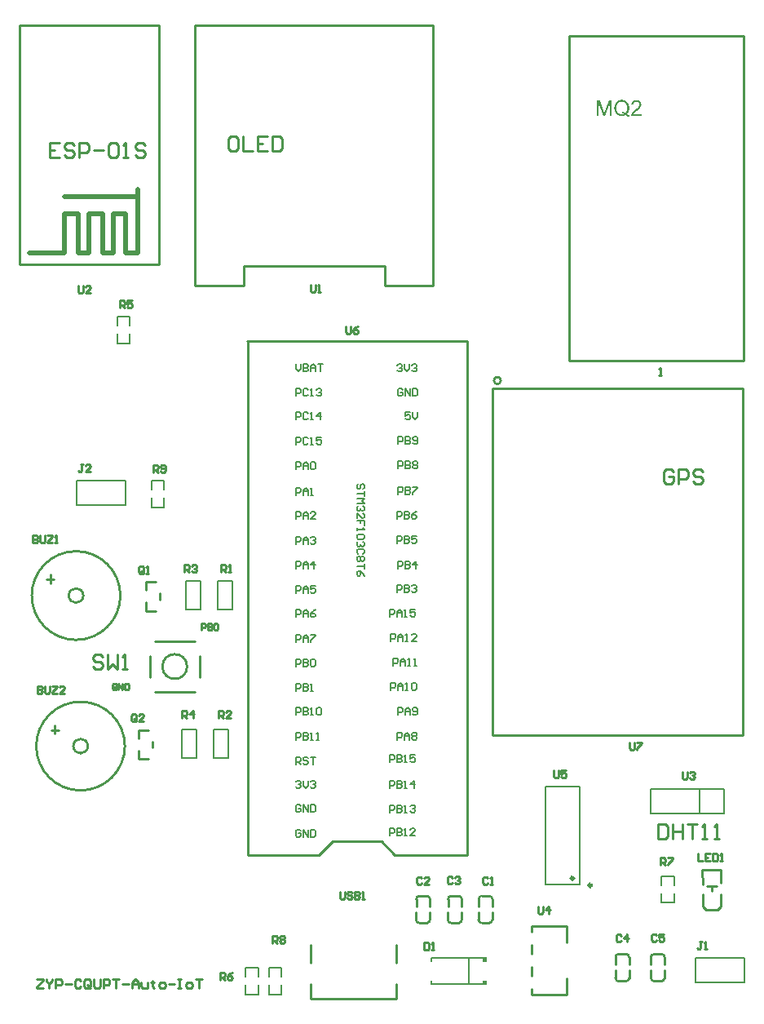
<source format=gto>
G04*
G04 #@! TF.GenerationSoftware,Altium Limited,Altium Designer,24.6.1 (21)*
G04*
G04 Layer_Color=65535*
%FSLAX25Y25*%
%MOIN*%
G70*
G04*
G04 #@! TF.SameCoordinates,EDD53237-EAC9-4869-82B0-0CFB14AF029E*
G04*
G04*
G04 #@! TF.FilePolarity,Positive*
G04*
G01*
G75*
%ADD10C,0.01000*%
%ADD11C,0.01181*%
%ADD12C,0.00600*%
%ADD13C,0.00787*%
%ADD14C,0.00500*%
%ADD15C,0.01968*%
%ADD16C,0.00799*%
%ADD17C,0.00800*%
G36*
X292335Y106331D02*
Y108211D01*
X294135D01*
Y106331D01*
X292335D01*
D01*
D02*
G37*
G36*
Y117669D02*
Y115789D01*
X294135D01*
Y117669D01*
X292335D01*
D01*
D02*
G37*
G36*
X345125Y461494D02*
X344306D01*
Y466856D01*
X342438Y461494D01*
X341675D01*
X339819Y466950D01*
Y461494D01*
X339000D01*
Y467900D01*
X340275D01*
X341794Y463363D01*
Y463356D01*
X341806Y463338D01*
X341812Y463300D01*
X341831Y463256D01*
X341844Y463206D01*
X341869Y463144D01*
X341887Y463075D01*
X341913Y463006D01*
X341963Y462850D01*
X342013Y462694D01*
X342062Y462544D01*
X342081Y462475D01*
X342100Y462413D01*
Y462419D01*
X342106Y462431D01*
X342112Y462450D01*
X342119Y462475D01*
X342131Y462512D01*
X342150Y462556D01*
X342162Y462612D01*
X342188Y462675D01*
X342206Y462738D01*
X342231Y462819D01*
X342263Y462900D01*
X342294Y462994D01*
X342325Y463094D01*
X342362Y463200D01*
X342400Y463312D01*
X342444Y463438D01*
X343981Y467900D01*
X345125D01*
Y461494D01*
D02*
G37*
G36*
X355338Y467919D02*
X355406D01*
X355481Y467912D01*
X355569Y467900D01*
X355669Y467881D01*
X355781Y467863D01*
X355894Y467831D01*
X356013Y467800D01*
X356137Y467756D01*
X356256Y467706D01*
X356381Y467650D01*
X356494Y467581D01*
X356606Y467500D01*
X356713Y467413D01*
X356719Y467406D01*
X356737Y467387D01*
X356763Y467362D01*
X356794Y467319D01*
X356838Y467269D01*
X356881Y467212D01*
X356931Y467144D01*
X356981Y467063D01*
X357031Y466975D01*
X357081Y466875D01*
X357125Y466775D01*
X357169Y466663D01*
X357200Y466544D01*
X357225Y466412D01*
X357244Y466281D01*
X357250Y466144D01*
Y466138D01*
Y466125D01*
Y466106D01*
Y466081D01*
X357244Y466044D01*
Y466006D01*
X357231Y465906D01*
X357212Y465794D01*
X357181Y465662D01*
X357144Y465525D01*
X357087Y465387D01*
Y465381D01*
X357081Y465369D01*
X357069Y465350D01*
X357056Y465325D01*
X357037Y465287D01*
X357019Y465250D01*
X356962Y465150D01*
X356894Y465037D01*
X356800Y464900D01*
X356694Y464756D01*
X356562Y464606D01*
X356556Y464600D01*
X356544Y464587D01*
X356525Y464563D01*
X356494Y464531D01*
X356450Y464488D01*
X356406Y464437D01*
X356344Y464381D01*
X356275Y464313D01*
X356200Y464237D01*
X356106Y464150D01*
X356013Y464056D01*
X355900Y463956D01*
X355781Y463850D01*
X355650Y463731D01*
X355506Y463613D01*
X355356Y463481D01*
X355350Y463475D01*
X355325Y463456D01*
X355288Y463425D01*
X355244Y463387D01*
X355188Y463338D01*
X355125Y463281D01*
X354975Y463156D01*
X354825Y463025D01*
X354675Y462894D01*
X354606Y462831D01*
X354544Y462769D01*
X354487Y462719D01*
X354444Y462675D01*
X354437Y462669D01*
X354413Y462638D01*
X354375Y462594D01*
X354325Y462544D01*
X354275Y462475D01*
X354219Y462406D01*
X354163Y462331D01*
X354113Y462250D01*
X357256D01*
Y461494D01*
X353025D01*
Y461500D01*
Y461506D01*
Y461544D01*
Y461594D01*
X353031Y461669D01*
X353044Y461750D01*
X353056Y461844D01*
X353081Y461938D01*
X353113Y462038D01*
Y462044D01*
X353119Y462056D01*
X353131Y462081D01*
X353144Y462113D01*
X353163Y462150D01*
X353181Y462194D01*
X353238Y462306D01*
X353312Y462437D01*
X353400Y462581D01*
X353506Y462731D01*
X353631Y462887D01*
X353638Y462894D01*
X353650Y462906D01*
X353669Y462931D01*
X353700Y462962D01*
X353737Y463000D01*
X353781Y463050D01*
X353831Y463106D01*
X353894Y463169D01*
X353962Y463231D01*
X354037Y463306D01*
X354125Y463387D01*
X354212Y463475D01*
X354312Y463562D01*
X354419Y463656D01*
X354538Y463756D01*
X354656Y463856D01*
X354669Y463869D01*
X354700Y463894D01*
X354756Y463938D01*
X354825Y464000D01*
X354912Y464069D01*
X355006Y464156D01*
X355113Y464250D01*
X355225Y464350D01*
X355463Y464569D01*
X355694Y464794D01*
X355800Y464906D01*
X355900Y465019D01*
X355994Y465119D01*
X356069Y465219D01*
X356075Y465225D01*
X356087Y465244D01*
X356106Y465269D01*
X356125Y465306D01*
X356156Y465350D01*
X356188Y465400D01*
X356219Y465462D01*
X356256Y465525D01*
X356325Y465669D01*
X356387Y465825D01*
X356406Y465912D01*
X356425Y465994D01*
X356437Y466081D01*
X356444Y466162D01*
Y466169D01*
Y466181D01*
Y466206D01*
X356437Y466244D01*
X356431Y466281D01*
X356425Y466325D01*
X356400Y466437D01*
X356363Y466563D01*
X356300Y466694D01*
X356262Y466756D01*
X356219Y466825D01*
X356169Y466888D01*
X356106Y466950D01*
X356100Y466956D01*
X356094Y466962D01*
X356069Y466981D01*
X356044Y467000D01*
X356013Y467025D01*
X355969Y467050D01*
X355925Y467081D01*
X355869Y467112D01*
X355813Y467144D01*
X355744Y467175D01*
X355594Y467225D01*
X355425Y467263D01*
X355331Y467269D01*
X355231Y467275D01*
X355175D01*
X355137Y467269D01*
X355087Y467263D01*
X355031Y467256D01*
X354969Y467244D01*
X354906Y467231D01*
X354756Y467194D01*
X354606Y467131D01*
X354531Y467094D01*
X354456Y467044D01*
X354387Y466994D01*
X354319Y466931D01*
X354312Y466925D01*
X354306Y466919D01*
X354288Y466894D01*
X354269Y466869D01*
X354244Y466838D01*
X354212Y466794D01*
X354181Y466744D01*
X354150Y466687D01*
X354119Y466625D01*
X354087Y466556D01*
X354063Y466475D01*
X354031Y466394D01*
X354012Y466306D01*
X353994Y466206D01*
X353988Y466106D01*
X353981Y465994D01*
X353175Y466075D01*
Y466087D01*
X353181Y466113D01*
X353187Y466162D01*
X353194Y466225D01*
X353212Y466300D01*
X353231Y466388D01*
X353256Y466481D01*
X353281Y466587D01*
X353319Y466694D01*
X353362Y466806D01*
X353413Y466919D01*
X353469Y467037D01*
X353538Y467150D01*
X353612Y467256D01*
X353700Y467356D01*
X353794Y467450D01*
X353800Y467456D01*
X353819Y467469D01*
X353850Y467494D01*
X353894Y467525D01*
X353950Y467562D01*
X354012Y467600D01*
X354094Y467644D01*
X354181Y467688D01*
X354281Y467731D01*
X354387Y467775D01*
X354506Y467812D01*
X354638Y467850D01*
X354775Y467881D01*
X354925Y467906D01*
X355081Y467919D01*
X355250Y467925D01*
X355294D01*
X355338Y467919D01*
D02*
G37*
G36*
X349394Y468006D02*
X349469Y468000D01*
X349563Y467987D01*
X349662Y467975D01*
X349775Y467963D01*
X349900Y467938D01*
X350025Y467906D01*
X350156Y467875D01*
X350294Y467831D01*
X350431Y467788D01*
X350569Y467725D01*
X350706Y467662D01*
X350844Y467588D01*
X350850Y467581D01*
X350875Y467569D01*
X350912Y467544D01*
X350962Y467513D01*
X351019Y467469D01*
X351087Y467413D01*
X351163Y467356D01*
X351250Y467281D01*
X351331Y467206D01*
X351425Y467112D01*
X351513Y467019D01*
X351606Y466913D01*
X351694Y466800D01*
X351775Y466675D01*
X351856Y466544D01*
X351931Y466406D01*
X351938Y466400D01*
X351950Y466375D01*
X351969Y466331D01*
X351988Y466275D01*
X352019Y466200D01*
X352050Y466119D01*
X352081Y466019D01*
X352119Y465912D01*
X352156Y465788D01*
X352187Y465656D01*
X352219Y465519D01*
X352250Y465369D01*
X352269Y465212D01*
X352288Y465044D01*
X352300Y464875D01*
X352306Y464700D01*
Y464694D01*
Y464663D01*
Y464625D01*
X352300Y464569D01*
Y464494D01*
X352294Y464419D01*
X352288Y464325D01*
X352275Y464225D01*
X352262Y464119D01*
X352250Y464006D01*
X352206Y463763D01*
X352144Y463519D01*
X352063Y463275D01*
Y463269D01*
X352050Y463250D01*
X352038Y463212D01*
X352019Y463169D01*
X351994Y463112D01*
X351962Y463050D01*
X351925Y462981D01*
X351881Y462900D01*
X351781Y462731D01*
X351656Y462550D01*
X351506Y462362D01*
X351338Y462181D01*
X351344Y462175D01*
X351362Y462162D01*
X351394Y462144D01*
X351437Y462113D01*
X351494Y462081D01*
X351550Y462044D01*
X351619Y462000D01*
X351700Y461956D01*
X351869Y461856D01*
X352050Y461763D01*
X352244Y461669D01*
X352431Y461587D01*
X352175Y461000D01*
X352169Y461006D01*
X352144Y461013D01*
X352106Y461025D01*
X352056Y461050D01*
X351994Y461075D01*
X351919Y461106D01*
X351837Y461144D01*
X351744Y461194D01*
X351644Y461244D01*
X351537Y461300D01*
X351425Y461363D01*
X351306Y461438D01*
X351181Y461513D01*
X351056Y461594D01*
X350931Y461688D01*
X350800Y461781D01*
X350794Y461775D01*
X350769Y461763D01*
X350731Y461744D01*
X350675Y461719D01*
X350606Y461688D01*
X350531Y461656D01*
X350437Y461619D01*
X350338Y461587D01*
X350225Y461550D01*
X350100Y461513D01*
X349975Y461481D01*
X349837Y461450D01*
X349694Y461425D01*
X349537Y461406D01*
X349388Y461394D01*
X349225Y461387D01*
X349137D01*
X349081Y461394D01*
X349000Y461400D01*
X348913Y461412D01*
X348813Y461425D01*
X348700Y461438D01*
X348581Y461462D01*
X348456Y461487D01*
X348331Y461525D01*
X348194Y461562D01*
X348056Y461613D01*
X347919Y461669D01*
X347781Y461731D01*
X347650Y461806D01*
X347644Y461812D01*
X347619Y461825D01*
X347581Y461850D01*
X347531Y461881D01*
X347475Y461925D01*
X347406Y461981D01*
X347331Y462038D01*
X347250Y462113D01*
X347163Y462187D01*
X347075Y462275D01*
X346981Y462375D01*
X346894Y462481D01*
X346806Y462594D01*
X346719Y462712D01*
X346638Y462844D01*
X346563Y462981D01*
X346556Y462988D01*
X346544Y463019D01*
X346525Y463056D01*
X346506Y463112D01*
X346475Y463188D01*
X346444Y463275D01*
X346406Y463369D01*
X346375Y463481D01*
X346338Y463600D01*
X346300Y463737D01*
X346269Y463875D01*
X346244Y464025D01*
X346219Y464181D01*
X346200Y464350D01*
X346187Y464519D01*
X346181Y464694D01*
Y464706D01*
Y464738D01*
Y464787D01*
X346187Y464856D01*
X346194Y464937D01*
X346200Y465037D01*
X346213Y465144D01*
X346231Y465269D01*
X346250Y465394D01*
X346275Y465531D01*
X346306Y465675D01*
X346344Y465825D01*
X346388Y465975D01*
X346438Y466125D01*
X346494Y466269D01*
X346563Y466419D01*
X346569Y466425D01*
X346581Y466456D01*
X346600Y466494D01*
X346631Y466550D01*
X346675Y466612D01*
X346725Y466687D01*
X346781Y466769D01*
X346844Y466862D01*
X346919Y466956D01*
X347000Y467050D01*
X347088Y467150D01*
X347187Y467250D01*
X347294Y467344D01*
X347406Y467438D01*
X347525Y467525D01*
X347656Y467606D01*
X347662Y467613D01*
X347688Y467625D01*
X347725Y467644D01*
X347781Y467669D01*
X347850Y467700D01*
X347925Y467737D01*
X348019Y467769D01*
X348125Y467812D01*
X348237Y467850D01*
X348356Y467881D01*
X348487Y467919D01*
X348625Y467950D01*
X348775Y467975D01*
X348925Y467994D01*
X349081Y468006D01*
X349244Y468013D01*
X349331D01*
X349394Y468006D01*
D02*
G37*
%LPC*%
G36*
X349250Y467281D02*
X349206D01*
X349156Y467275D01*
X349094Y467269D01*
X349012Y467263D01*
X348919Y467250D01*
X348813Y467225D01*
X348700Y467200D01*
X348575Y467169D01*
X348450Y467125D01*
X348319Y467069D01*
X348187Y467006D01*
X348050Y466931D01*
X347925Y466844D01*
X347794Y466744D01*
X347675Y466631D01*
X347669Y466625D01*
X347650Y466600D01*
X347619Y466563D01*
X347581Y466512D01*
X347531Y466444D01*
X347481Y466356D01*
X347425Y466256D01*
X347369Y466144D01*
X347306Y466019D01*
X347250Y465875D01*
X347200Y465712D01*
X347156Y465538D01*
X347112Y465350D01*
X347081Y465144D01*
X347062Y464925D01*
X347056Y464694D01*
Y464687D01*
Y464681D01*
Y464663D01*
Y464638D01*
X347062Y464575D01*
X347069Y464488D01*
X347075Y464381D01*
X347088Y464262D01*
X347106Y464131D01*
X347131Y463987D01*
X347163Y463831D01*
X347206Y463675D01*
X347256Y463519D01*
X347312Y463356D01*
X347388Y463200D01*
X347469Y463050D01*
X347563Y462906D01*
X347669Y462775D01*
X347675Y462769D01*
X347700Y462744D01*
X347731Y462712D01*
X347781Y462669D01*
X347844Y462619D01*
X347913Y462563D01*
X348000Y462506D01*
X348100Y462444D01*
X348206Y462381D01*
X348325Y462325D01*
X348456Y462269D01*
X348600Y462219D01*
X348744Y462175D01*
X348906Y462144D01*
X349075Y462119D01*
X349250Y462113D01*
X349325D01*
X349369Y462119D01*
X349419D01*
X349531Y462131D01*
X349662Y462156D01*
X349806Y462181D01*
X349956Y462225D01*
X350106Y462281D01*
X350100D01*
X350087Y462294D01*
X350069Y462306D01*
X350038Y462325D01*
X350000Y462344D01*
X349956Y462369D01*
X349850Y462425D01*
X349725Y462481D01*
X349587Y462544D01*
X349431Y462600D01*
X349269Y462644D01*
X349475Y463263D01*
X349481D01*
X349506Y463250D01*
X349544Y463244D01*
X349600Y463225D01*
X349656Y463200D01*
X349731Y463175D01*
X349813Y463144D01*
X349900Y463106D01*
X350094Y463025D01*
X350294Y462919D01*
X350494Y462794D01*
X350681Y462650D01*
X350688Y462656D01*
X350712Y462681D01*
X350750Y462725D01*
X350800Y462775D01*
X350856Y462850D01*
X350919Y462937D01*
X350988Y463044D01*
X351056Y463163D01*
X351125Y463300D01*
X351194Y463450D01*
X351256Y463619D01*
X351312Y463800D01*
X351362Y464000D01*
X351400Y464219D01*
X351425Y464450D01*
X351431Y464700D01*
Y464706D01*
Y464738D01*
Y464775D01*
X351425Y464831D01*
Y464900D01*
X351419Y464975D01*
X351406Y465063D01*
X351400Y465163D01*
X351381Y465263D01*
X351369Y465375D01*
X351319Y465600D01*
X351250Y465831D01*
X351213Y465944D01*
X351163Y466056D01*
Y466062D01*
X351150Y466081D01*
X351137Y466113D01*
X351113Y466150D01*
X351087Y466200D01*
X351050Y466256D01*
X350969Y466388D01*
X350856Y466531D01*
X350725Y466681D01*
X350569Y466825D01*
X350388Y466956D01*
X350381Y466962D01*
X350362Y466969D01*
X350338Y466988D01*
X350300Y467006D01*
X350250Y467031D01*
X350194Y467056D01*
X350131Y467088D01*
X350056Y467119D01*
X349975Y467150D01*
X349887Y467181D01*
X349794Y467206D01*
X349694Y467231D01*
X349481Y467269D01*
X349369Y467275D01*
X349250Y467281D01*
D02*
G37*
%LPD*%
D10*
X171525Y236499D02*
G03*
X171525Y236499I-5025J0D01*
G01*
X299814Y353343D02*
G03*
X299814Y353343I-1420J0D01*
G01*
X290729Y132964D02*
G03*
X291949Y131744I1220J0D01*
G01*
X295098D02*
G03*
X296318Y132964I0J1220D01*
G01*
X291972Y142750D02*
G03*
X290752Y141530I0J-1220D01*
G01*
X296341D02*
G03*
X295121Y142750I-1220J0D01*
G01*
X366771Y117780D02*
G03*
X365551Y119000I-1220J0D01*
G01*
X362402D02*
G03*
X361182Y117780I0J-1220D01*
G01*
X365528Y107994D02*
G03*
X366748Y109214I0J1220D01*
G01*
X361159D02*
G03*
X362379Y107994I1220J0D01*
G01*
X352271Y117780D02*
G03*
X351051Y119000I-1220J0D01*
G01*
X347902D02*
G03*
X346682Y117780I0J-1220D01*
G01*
X351028Y107994D02*
G03*
X352248Y109214I0J1220D01*
G01*
X346659D02*
G03*
X347879Y107994I1220J0D01*
G01*
X265229Y132964D02*
G03*
X266449Y131744I1220J0D01*
G01*
X269598D02*
G03*
X270818Y132964I0J1220D01*
G01*
X266472Y142750D02*
G03*
X265252Y141530I0J-1220D01*
G01*
X270841D02*
G03*
X269621Y142750I-1220J0D01*
G01*
X130951Y204000D02*
G03*
X130951Y204000I-2953J0D01*
G01*
X146108D02*
G03*
X146108Y204000I-18110J0D01*
G01*
X283841Y141530D02*
G03*
X282621Y142750I-1220J0D01*
G01*
X279472D02*
G03*
X278252Y141530I0J-1220D01*
G01*
X282598Y131744D02*
G03*
X283818Y132964I0J1220D01*
G01*
X278229D02*
G03*
X279449Y131744I1220J0D01*
G01*
X144267Y265500D02*
G03*
X144267Y265500I-18110J0D01*
G01*
X129110D02*
G03*
X129110Y265500I-2953J0D01*
G01*
X158285Y246736D02*
X174715D01*
X176736Y232292D02*
Y240708D01*
X158285Y226264D02*
X174716D01*
X156264Y232292D02*
Y240708D01*
X296425Y208461D02*
Y350193D01*
X398787D01*
Y208461D02*
Y350193D01*
X296425Y208461D02*
X398787D01*
X399185Y361500D02*
Y494000D01*
X327685Y361500D02*
X399185D01*
X327685D02*
Y494000D01*
X399185D01*
X196200Y369350D02*
X286200D01*
Y159550D02*
Y369350D01*
X196250Y159550D02*
Y369350D01*
X256450Y159550D02*
X286200D01*
X251000Y165000D02*
X256450Y159550D01*
X231000Y165000D02*
X251000D01*
X225550Y159550D02*
X231000Y165000D01*
X196250Y159550D02*
X225550D01*
X257099Y115551D02*
Y122634D01*
Y100925D02*
Y106768D01*
X221902Y115551D02*
Y122634D01*
Y100925D02*
Y106768D01*
Y100925D02*
X257099D01*
X151744Y207175D02*
Y210577D01*
X155681D01*
X157256Y203435D02*
Y205907D01*
X151744Y198766D02*
Y202167D01*
Y198766D02*
X155681D01*
X154744Y267675D02*
Y271077D01*
X158681D01*
X160256Y263935D02*
Y266407D01*
X154744Y259266D02*
Y262667D01*
Y259266D02*
X158681D01*
X291949Y131744D02*
X295098D01*
X296318Y132964D02*
Y136113D01*
X290729Y132964D02*
Y136113D01*
X296341Y138381D02*
Y141530D01*
X291972Y142750D02*
X295121D01*
X290752Y138381D02*
Y141530D01*
X223500Y498406D02*
X272122D01*
X174878D02*
X223500D01*
X174878Y392106D02*
Y498406D01*
X272122Y392106D02*
Y498406D01*
X174878Y392106D02*
X194563D01*
X252437D02*
X272122D01*
X194563D02*
Y399980D01*
X252437Y392106D02*
Y399980D01*
X194563D02*
X252437D01*
X103000Y498405D02*
X160000D01*
Y400905D02*
Y498405D01*
X103000Y400905D02*
X160000D01*
X103000D02*
Y498405D01*
X386020Y144713D02*
Y146681D01*
X384032D02*
X387969D01*
X383638Y137232D02*
X388362D01*
X389740Y138610D02*
Y143531D01*
X382260Y138610D02*
Y143531D01*
X382260Y138610D02*
X383638Y137232D01*
X382260Y138610D02*
X382260D01*
X388362Y137232D02*
X389740Y138610D01*
X389740D01*
X382221Y153295D02*
X389701D01*
X389701Y148020D02*
Y153295D01*
X382221D02*
X382260Y147468D01*
X362402Y119000D02*
X365551D01*
X361182Y114631D02*
Y117780D01*
X366771Y114631D02*
Y117780D01*
X361159Y109214D02*
Y112364D01*
X362379Y107994D02*
X365528D01*
X366748Y109214D02*
Y112364D01*
X347902Y119000D02*
X351051D01*
X346682Y114631D02*
Y117780D01*
X352271Y114631D02*
Y117780D01*
X346659Y109214D02*
Y112364D01*
X347879Y107994D02*
X351028D01*
X352248Y109214D02*
Y112364D01*
X266449Y131744D02*
X269598D01*
X270818Y132964D02*
Y136113D01*
X265229Y132964D02*
Y136113D01*
X270841Y138381D02*
Y141530D01*
X266472Y142750D02*
X269621D01*
X265252Y138381D02*
Y141530D01*
X312413Y128175D02*
Y130476D01*
Y119120D02*
Y122936D01*
Y110065D02*
Y113880D01*
Y102524D02*
Y104825D01*
X326587Y123844D02*
Y130476D01*
Y102524D02*
Y109156D01*
X312413Y102524D02*
X326587D01*
X312413Y130476D02*
X326587D01*
X117499Y209000D02*
Y212500D01*
X115999Y210500D02*
X119000D01*
X278252Y138381D02*
Y141530D01*
X279472Y142750D02*
X282621D01*
X283841Y138381D02*
Y141530D01*
X278229Y132964D02*
Y136113D01*
X283818Y132964D02*
Y136113D01*
X279449Y131744D02*
X282598D01*
X114158Y272000D02*
X117158D01*
X115658Y270500D02*
Y274000D01*
X177500Y251500D02*
Y253999D01*
X178750D01*
X179166Y253583D01*
Y252750D01*
X178750Y252333D01*
X177500D01*
X179999Y253999D02*
Y251500D01*
X181249D01*
X181665Y251917D01*
Y252333D01*
X181249Y252750D01*
X179999D01*
X181249D01*
X181665Y253166D01*
Y253583D01*
X181249Y253999D01*
X179999D01*
X182498Y253583D02*
X182915Y253999D01*
X183748D01*
X184165Y253583D01*
Y251917D01*
X183748Y251500D01*
X182915D01*
X182498Y251917D01*
Y253583D01*
X142666Y229083D02*
X142250Y229499D01*
X141417D01*
X141000Y229083D01*
Y227416D01*
X141417Y227000D01*
X142250D01*
X142666Y227416D01*
Y228250D01*
X141833D01*
X143499Y227000D02*
Y229499D01*
X145165Y227000D01*
Y229499D01*
X145998D02*
Y227000D01*
X147248D01*
X147664Y227416D01*
Y229083D01*
X147248Y229499D01*
X145998D01*
X110000Y108899D02*
X112599D01*
Y108249D01*
X110000Y105650D01*
Y105000D01*
X112599D01*
X113899Y108899D02*
Y108249D01*
X115198Y106949D01*
X116498Y108249D01*
Y108899D01*
X115198Y106949D02*
Y105000D01*
X117798D02*
Y108899D01*
X119747D01*
X120397Y108249D01*
Y106949D01*
X119747Y106300D01*
X117798D01*
X121696Y106949D02*
X124295D01*
X128194Y108249D02*
X127544Y108899D01*
X126245D01*
X125595Y108249D01*
Y105650D01*
X126245Y105000D01*
X127544D01*
X128194Y105650D01*
X132093D02*
Y108249D01*
X131443Y108899D01*
X130143D01*
X129494Y108249D01*
Y105650D01*
X130143Y105000D01*
X131443D01*
X130793Y106300D02*
X132093Y105000D01*
X131443D02*
X132093Y105650D01*
X133392Y108899D02*
Y105650D01*
X134042Y105000D01*
X135342D01*
X135992Y105650D01*
Y108899D01*
X137291Y105000D02*
Y108899D01*
X139241D01*
X139890Y108249D01*
Y106949D01*
X139241Y106300D01*
X137291D01*
X141190Y108899D02*
X143789D01*
X142490D01*
Y105000D01*
X145089Y106949D02*
X147688D01*
X148987Y105000D02*
Y107599D01*
X150287Y108899D01*
X151587Y107599D01*
Y105000D01*
Y106949D01*
X148987D01*
X152886Y107599D02*
Y105650D01*
X153536Y105000D01*
X155485D01*
Y107599D01*
X157435Y108249D02*
Y107599D01*
X156785D01*
X158084D01*
X157435D01*
Y105650D01*
X158084Y105000D01*
X160684D02*
X161983D01*
X162633Y105650D01*
Y106949D01*
X161983Y107599D01*
X160684D01*
X160034Y106949D01*
Y105650D01*
X160684Y105000D01*
X163933Y106949D02*
X166532D01*
X167831Y108899D02*
X169131D01*
X168481D01*
Y105000D01*
X167831D01*
X169131D01*
X171730D02*
X173030D01*
X173679Y105650D01*
Y106949D01*
X173030Y107599D01*
X171730D01*
X171080Y106949D01*
Y105650D01*
X171730Y105000D01*
X174979Y108899D02*
X177578D01*
X176279D01*
Y105000D01*
X364000Y171998D02*
Y166000D01*
X366999D01*
X367999Y167000D01*
Y170998D01*
X366999Y171998D01*
X364000D01*
X369998D02*
Y166000D01*
Y168999D01*
X373997D01*
Y171998D01*
Y166000D01*
X375996Y171998D02*
X379995D01*
X377995D01*
Y166000D01*
X381994D02*
X383994D01*
X382994D01*
Y171998D01*
X381994Y170998D01*
X386993Y166000D02*
X388992D01*
X387992D01*
Y171998D01*
X386993Y170998D01*
X119499Y450498D02*
X115500D01*
Y444500D01*
X119499D01*
X115500Y447499D02*
X117499D01*
X125497Y449498D02*
X124497Y450498D01*
X122498D01*
X121498Y449498D01*
Y448499D01*
X122498Y447499D01*
X124497D01*
X125497Y446499D01*
Y445500D01*
X124497Y444500D01*
X122498D01*
X121498Y445500D01*
X127496Y444500D02*
Y450498D01*
X130495D01*
X131495Y449498D01*
Y447499D01*
X130495Y446499D01*
X127496D01*
X133494Y447499D02*
X137493D01*
X139492Y449498D02*
X140492Y450498D01*
X142491D01*
X143491Y449498D01*
Y445500D01*
X142491Y444500D01*
X140492D01*
X139492Y445500D01*
Y449498D01*
X145490Y444500D02*
X147490D01*
X146490D01*
Y450498D01*
X145490Y449498D01*
X154487D02*
X153488Y450498D01*
X151488D01*
X150489Y449498D01*
Y448499D01*
X151488Y447499D01*
X153488D01*
X154487Y446499D01*
Y445500D01*
X153488Y444500D01*
X151488D01*
X150489Y445500D01*
X370499Y315998D02*
X369499Y316998D01*
X367500D01*
X366500Y315998D01*
Y312000D01*
X367500Y311000D01*
X369499D01*
X370499Y312000D01*
Y313999D01*
X368499D01*
X372498Y311000D02*
Y316998D01*
X375497D01*
X376497Y315998D01*
Y313999D01*
X375497Y312999D01*
X372498D01*
X382495Y315998D02*
X381495Y316998D01*
X379496D01*
X378496Y315998D01*
Y314999D01*
X379496Y313999D01*
X381495D01*
X382495Y312999D01*
Y312000D01*
X381495Y311000D01*
X379496D01*
X378496Y312000D01*
X191499Y452998D02*
X189500D01*
X188500Y451998D01*
Y448000D01*
X189500Y447000D01*
X191499D01*
X192499Y448000D01*
Y451998D01*
X191499Y452998D01*
X194498D02*
Y447000D01*
X198497D01*
X204495Y452998D02*
X200496D01*
Y447000D01*
X204495D01*
X200496Y449999D02*
X202496D01*
X206494Y452998D02*
Y447000D01*
X209493D01*
X210493Y448000D01*
Y451998D01*
X209493Y452998D01*
X206494D01*
X137001Y240499D02*
X136001Y241499D01*
X134002D01*
X133002Y240499D01*
Y239500D01*
X134002Y238500D01*
X136001D01*
X137001Y237500D01*
Y236501D01*
X136001Y235501D01*
X134002D01*
X133002Y236501D01*
X139000Y241499D02*
Y235501D01*
X141000Y237500D01*
X142999Y235501D01*
Y241499D01*
X144998Y235501D02*
X146998D01*
X145998D01*
Y241499D01*
X144998Y240499D01*
X150799Y214571D02*
Y216570D01*
X150300Y217070D01*
X149300D01*
X148800Y216570D01*
Y214571D01*
X149300Y214071D01*
X150300D01*
X149800Y215071D02*
X150799Y214071D01*
X150300D02*
X150799Y214571D01*
X153798Y214071D02*
X151799D01*
X153798Y216071D01*
Y216570D01*
X153299Y217070D01*
X152299D01*
X151799Y216570D01*
X153799Y275100D02*
Y277099D01*
X153299Y277599D01*
X152300D01*
X151800Y277099D01*
Y275100D01*
X152300Y274600D01*
X153299D01*
X152800Y275600D02*
X153799Y274600D01*
X153299D02*
X153799Y275100D01*
X154799Y274600D02*
X155799D01*
X155299D01*
Y277599D01*
X154799Y277099D01*
X268400Y123699D02*
Y120700D01*
X269900D01*
X270399Y121200D01*
Y123199D01*
X269900Y123699D01*
X268400D01*
X271399Y120700D02*
X272399D01*
X271899D01*
Y123699D01*
X271399Y123199D01*
X236501Y375500D02*
Y373000D01*
X237001Y372500D01*
X238000D01*
X238500Y373000D01*
Y375500D01*
X241499D02*
X240499Y375000D01*
X239500Y374000D01*
Y373000D01*
X240000Y372500D01*
X240999D01*
X241499Y373000D01*
Y373500D01*
X240999Y374000D01*
X239500D01*
X157600Y315800D02*
Y318799D01*
X159099D01*
X159599Y318299D01*
Y317300D01*
X159099Y316800D01*
X157600D01*
X158600D02*
X159599Y315800D01*
X160599Y316300D02*
X161099Y315800D01*
X162099D01*
X162598Y316300D01*
Y318299D01*
X162099Y318799D01*
X161099D01*
X160599Y318299D01*
Y317799D01*
X161099Y317300D01*
X162598D01*
X128899Y318999D02*
X127900D01*
X128400D01*
Y316500D01*
X127900Y316000D01*
X127400D01*
X126900Y316500D01*
X131898Y316000D02*
X129899D01*
X131898Y317999D01*
Y318499D01*
X131399Y318999D01*
X130399D01*
X129899Y318499D01*
X374001Y193500D02*
Y191000D01*
X374501Y190500D01*
X375500D01*
X376000Y191000D01*
Y193500D01*
X377000Y193000D02*
X377500Y193500D01*
X378499D01*
X378999Y193000D01*
Y192500D01*
X378499Y192000D01*
X377999D01*
X378499D01*
X378999Y191500D01*
Y191000D01*
X378499Y190500D01*
X377500D01*
X377000Y191000D01*
X144001Y383000D02*
Y385999D01*
X145500D01*
X146000Y385500D01*
Y384500D01*
X145500Y384000D01*
X144001D01*
X145001D02*
X146000Y383000D01*
X148999Y385999D02*
X147000D01*
Y384500D01*
X148000Y385000D01*
X148499D01*
X148999Y384500D01*
Y383500D01*
X148499Y383000D01*
X147500D01*
X147000Y383500D01*
X169501Y215500D02*
Y218499D01*
X171000D01*
X171500Y218000D01*
Y217000D01*
X171000Y216500D01*
X169501D01*
X170501D02*
X171500Y215500D01*
X173999D02*
Y218499D01*
X172500Y217000D01*
X174499D01*
X184501Y215453D02*
Y218452D01*
X186000D01*
X186500Y217952D01*
Y216953D01*
X186000Y216453D01*
X184501D01*
X185500D02*
X186500Y215453D01*
X189499D02*
X187500D01*
X189499Y217453D01*
Y217952D01*
X188999Y218452D01*
X188000D01*
X187500Y217952D01*
X110342Y228599D02*
Y225600D01*
X111841D01*
X112341Y226100D01*
Y226600D01*
X111841Y227099D01*
X110342D01*
X111841D01*
X112341Y227599D01*
Y228099D01*
X111841Y228599D01*
X110342D01*
X113341D02*
Y226100D01*
X113841Y225600D01*
X114840D01*
X115340Y226100D01*
Y228599D01*
X116340D02*
X118339D01*
Y228099D01*
X116340Y226100D01*
Y225600D01*
X118339D01*
X121338D02*
X119339D01*
X121338Y227599D01*
Y228099D01*
X120838Y228599D01*
X119839D01*
X119339Y228099D01*
X234002Y144500D02*
Y142000D01*
X234502Y141500D01*
X235501D01*
X236001Y142000D01*
Y144500D01*
X239000Y144000D02*
X238500Y144500D01*
X237501D01*
X237001Y144000D01*
Y143500D01*
X237501Y143000D01*
X238500D01*
X239000Y142500D01*
Y142000D01*
X238500Y141500D01*
X237501D01*
X237001Y142000D01*
X240000Y144500D02*
Y141500D01*
X241499D01*
X241999Y142000D01*
Y142500D01*
X241499Y143000D01*
X240000D01*
X241499D01*
X241999Y143500D01*
Y144000D01*
X241499Y144500D01*
X240000D01*
X242999Y141500D02*
X243998D01*
X243498D01*
Y144500D01*
X242999Y144000D01*
X321501Y194000D02*
Y191500D01*
X322001Y191000D01*
X323000D01*
X323500Y191500D01*
Y194000D01*
X326499D02*
X324500D01*
Y192500D01*
X325500Y193000D01*
X325999D01*
X326499Y192500D01*
Y191500D01*
X325999Y191000D01*
X325000D01*
X324500Y191500D01*
X315001Y138499D02*
Y136000D01*
X315501Y135501D01*
X316500D01*
X317000Y136000D01*
Y138499D01*
X319499Y135501D02*
Y138499D01*
X318000Y137000D01*
X319999D01*
X206501Y123501D02*
Y126499D01*
X208000D01*
X208500Y126000D01*
Y125000D01*
X208000Y124500D01*
X206501D01*
X207501D02*
X208500Y123501D01*
X209500Y126000D02*
X210000Y126499D01*
X210999D01*
X211499Y126000D01*
Y125500D01*
X210999Y125000D01*
X211499Y124500D01*
Y124000D01*
X210999Y123501D01*
X210000D01*
X209500Y124000D01*
Y124500D01*
X210000Y125000D01*
X209500Y125500D01*
Y126000D01*
X210000Y125000D02*
X210999D01*
X364914Y155415D02*
Y158414D01*
X366413D01*
X366913Y157914D01*
Y156915D01*
X366413Y156415D01*
X364914D01*
X365914D02*
X366913Y155415D01*
X367913Y158414D02*
X369912D01*
Y157914D01*
X367913Y155915D01*
Y155415D01*
X185001Y108501D02*
Y111500D01*
X186500D01*
X187000Y111000D01*
Y110000D01*
X186500Y109500D01*
X185001D01*
X186001D02*
X187000Y108501D01*
X189999Y111500D02*
X188999Y111000D01*
X188000Y110000D01*
Y109000D01*
X188500Y108501D01*
X189499D01*
X189999Y109000D01*
Y109500D01*
X189499Y110000D01*
X188000D01*
X380502Y160000D02*
Y157001D01*
X382501D01*
X385500Y160000D02*
X383501D01*
Y157001D01*
X385500D01*
X383501Y158500D02*
X384500D01*
X386500Y160000D02*
Y157001D01*
X387999D01*
X388499Y157500D01*
Y159500D01*
X387999Y160000D01*
X386500D01*
X389499Y157001D02*
X390498D01*
X389999D01*
Y160000D01*
X389499Y159500D01*
X381999Y124099D02*
X381000D01*
X381500D01*
Y121600D01*
X381000Y121100D01*
X380500D01*
X380000Y121600D01*
X382999Y121100D02*
X383999D01*
X383499D01*
Y124099D01*
X382999Y123599D01*
X294500Y150000D02*
X294000Y150499D01*
X293001D01*
X292501Y150000D01*
Y148000D01*
X293001Y147501D01*
X294000D01*
X294500Y148000D01*
X295500Y147501D02*
X296499D01*
X296000D01*
Y150499D01*
X295500Y150000D01*
X363500Y126744D02*
X363000Y127243D01*
X362001D01*
X361501Y126744D01*
Y124744D01*
X362001Y124244D01*
X363000D01*
X363500Y124744D01*
X366499Y127243D02*
X364500D01*
Y125744D01*
X365499Y126244D01*
X365999D01*
X366499Y125744D01*
Y124744D01*
X365999Y124244D01*
X365000D01*
X364500Y124744D01*
X349000Y126500D02*
X348500Y126999D01*
X347501D01*
X347001Y126500D01*
Y124500D01*
X347501Y124001D01*
X348500D01*
X349000Y124500D01*
X351499Y124001D02*
Y126999D01*
X350000Y125500D01*
X351999D01*
X280000Y150244D02*
X279500Y150743D01*
X278501D01*
X278001Y150244D01*
Y148244D01*
X278501Y147745D01*
X279500D01*
X280000Y148244D01*
X281000Y150244D02*
X281500Y150743D01*
X282499D01*
X282999Y150244D01*
Y149744D01*
X282499Y149244D01*
X281999D01*
X282499D01*
X282999Y148744D01*
Y148244D01*
X282499Y147745D01*
X281500D01*
X281000Y148244D01*
X267500Y149988D02*
X267000Y150487D01*
X266001D01*
X265501Y149988D01*
Y147988D01*
X266001Y147488D01*
X267000D01*
X267500Y147988D01*
X270499Y147488D02*
X268500D01*
X270499Y149488D01*
Y149988D01*
X269999Y150487D01*
X269000D01*
X268500Y149988D01*
X170501Y275001D02*
Y277999D01*
X172000D01*
X172500Y277500D01*
Y276500D01*
X172000Y276000D01*
X170501D01*
X171501D02*
X172500Y275001D01*
X173500Y277500D02*
X174000Y277999D01*
X174999D01*
X175499Y277500D01*
Y277000D01*
X174999Y276500D01*
X174499D01*
X174999D01*
X175499Y276000D01*
Y275500D01*
X174999Y275001D01*
X174000D01*
X173500Y275500D01*
X185501Y275001D02*
Y277999D01*
X187000D01*
X187500Y277500D01*
Y276500D01*
X187000Y276000D01*
X185501D01*
X186500D02*
X187500Y275001D01*
X188500D02*
X189499D01*
X189000D01*
Y277999D01*
X188500Y277500D01*
X108500Y290099D02*
Y287100D01*
X110000D01*
X110499Y287600D01*
Y288100D01*
X110000Y288599D01*
X108500D01*
X110000D01*
X110499Y289099D01*
Y289599D01*
X110000Y290099D01*
X108500D01*
X111499D02*
Y287600D01*
X111999Y287100D01*
X112999D01*
X113498Y287600D01*
Y290099D01*
X114498D02*
X116497D01*
Y289599D01*
X114498Y287600D01*
Y287100D01*
X116497D01*
X117497D02*
X118497D01*
X117997D01*
Y290099D01*
X117497Y289599D01*
X127001Y392000D02*
Y389500D01*
X127501Y389001D01*
X128500D01*
X129000Y389500D01*
Y392000D01*
X131999Y389001D02*
X130000D01*
X131999Y391000D01*
Y391500D01*
X131499Y392000D01*
X130500D01*
X130000Y391500D01*
X352501Y205500D02*
Y203000D01*
X353001Y202501D01*
X354000D01*
X354500Y203000D01*
Y205500D01*
X355500D02*
X357499D01*
Y205000D01*
X355500Y203000D01*
Y202501D01*
X364500Y355501D02*
X365500D01*
X365000D01*
Y358500D01*
X364500Y358000D01*
X222001Y392499D02*
Y390000D01*
X222500Y389500D01*
X223500D01*
X224000Y390000D01*
Y392499D01*
X225000Y389500D02*
X225999D01*
X225500D01*
Y392499D01*
X225000Y392000D01*
D11*
X336900Y147117D02*
G03*
X336900Y147117I-591J0D01*
G01*
X329603Y150000D02*
G03*
X329603Y150000I-591J0D01*
G01*
D12*
X331974Y147515D02*
Y187485D01*
X318026D02*
X331974D01*
X318026Y147515D02*
Y187485D01*
Y147515D02*
X331974D01*
X204899Y102581D02*
Y106356D01*
Y102581D02*
X210101D01*
Y106356D01*
X204899Y109712D02*
Y113487D01*
X210101D01*
Y109712D02*
Y113487D01*
X148101Y375678D02*
Y379453D01*
X142899D02*
X148101D01*
X142899Y375678D02*
Y379453D01*
X148101Y368547D02*
Y372322D01*
X142899Y368547D02*
X148101D01*
X142899D02*
Y372322D01*
X271366Y115989D02*
Y117369D01*
Y106631D02*
Y108011D01*
Y117369D02*
X292635D01*
X271366Y106631D02*
X292635D01*
X286772D02*
Y117369D01*
X200601Y109712D02*
Y113487D01*
X195399D02*
X200601D01*
X195399Y109712D02*
Y113487D01*
X200601Y102581D02*
Y106356D01*
X195399Y102581D02*
X200601D01*
X195399D02*
Y106356D01*
X370601Y147178D02*
Y150953D01*
X365399D02*
X370601D01*
X365399Y147178D02*
Y150953D01*
X370601Y140047D02*
Y143822D01*
X365399Y140047D02*
X370601D01*
X365399D02*
Y143822D01*
X162101Y308678D02*
Y312453D01*
X156899D02*
X162101D01*
X156899Y308678D02*
Y312453D01*
X162101Y301547D02*
Y305322D01*
X156899Y301547D02*
X162101D01*
X156899D02*
Y305322D01*
D13*
X381000Y176500D02*
Y186500D01*
X361000Y176500D02*
X391000D01*
X361000D02*
Y186500D01*
X391000D01*
Y176500D02*
Y186500D01*
D14*
X182547Y199173D02*
X188453D01*
Y210827D01*
X182547D02*
X188453D01*
X182547Y199173D02*
Y210827D01*
X184047Y259673D02*
Y271327D01*
X189953D01*
Y259673D02*
Y271327D01*
X184047Y259673D02*
X189953D01*
X171047D02*
X176953D01*
Y271327D01*
X171047D02*
X176953D01*
X171047Y259673D02*
Y271327D01*
X169547Y199173D02*
Y210827D01*
X175453D01*
Y199173D02*
Y210827D01*
X169547Y199173D02*
X175453D01*
D15*
X107000Y405405D02*
X121500D01*
Y421405D01*
X127000D01*
Y405405D02*
Y421405D01*
Y405405D02*
X131500D01*
Y421405D01*
X137000D01*
Y405405D02*
Y421405D01*
Y405405D02*
X141500D01*
Y421405D01*
X146500D01*
Y405405D02*
Y421405D01*
Y405405D02*
X151500D01*
Y428405D01*
X121500D02*
X151500D01*
Y431405D01*
D16*
X134000Y312500D02*
X146500D01*
X379500Y107500D02*
X392000D01*
D17*
X146500Y302500D02*
Y312500D01*
X126500Y302500D02*
X146500D01*
X126500D02*
Y312500D01*
X134000D01*
X379500Y107500D02*
Y117500D01*
X399500D01*
Y107500D02*
Y117500D01*
X392000Y107500D02*
X399500D01*
X243499Y309001D02*
X243999Y309501D01*
Y310500D01*
X243499Y311000D01*
X242999D01*
X242499Y310500D01*
Y309501D01*
X242000Y309001D01*
X241500D01*
X241000Y309501D01*
Y310500D01*
X241500Y311000D01*
X243999Y308001D02*
Y306002D01*
Y307001D01*
X241000D01*
Y305002D02*
X243999D01*
X242999Y304002D01*
X243999Y303003D01*
X241000D01*
X243499Y302003D02*
X243999Y301503D01*
Y300503D01*
X243499Y300004D01*
X242999D01*
X242499Y300503D01*
Y301003D01*
Y300503D01*
X242000Y300004D01*
X241500D01*
X241000Y300503D01*
Y301503D01*
X241500Y302003D01*
X241000Y297005D02*
Y299004D01*
X242999Y297005D01*
X243499D01*
X243999Y297504D01*
Y298504D01*
X243499Y299004D01*
X243999Y294005D02*
Y296005D01*
X242499D01*
Y295005D01*
Y296005D01*
X241000D01*
Y293006D02*
Y292006D01*
Y292506D01*
X243999D01*
X243499Y293006D01*
Y290507D02*
X243999Y290007D01*
Y289007D01*
X243499Y288507D01*
X241500D01*
X241000Y289007D01*
Y290007D01*
X241500Y290507D01*
X243499D01*
Y287508D02*
X243999Y287008D01*
Y286008D01*
X243499Y285508D01*
X242999D01*
X242499Y286008D01*
Y286508D01*
Y286008D01*
X242000Y285508D01*
X241500D01*
X241000Y286008D01*
Y287008D01*
X241500Y287508D01*
X243499Y282509D02*
X243999Y283009D01*
Y284009D01*
X243499Y284509D01*
X241500D01*
X241000Y284009D01*
Y283009D01*
X241500Y282509D01*
X243499Y281509D02*
X243999Y281010D01*
Y280010D01*
X243499Y279510D01*
X242999D01*
X242499Y280010D01*
X242000Y279510D01*
X241500D01*
X241000Y280010D01*
Y281010D01*
X241500Y281509D01*
X242000D01*
X242499Y281010D01*
X242999Y281509D01*
X243499D01*
X242499Y281010D02*
Y280010D01*
X243999Y278510D02*
Y276511D01*
Y277511D01*
X241000D01*
X243999Y273512D02*
X243499Y274512D01*
X242499Y275512D01*
X241500D01*
X241000Y275012D01*
Y274012D01*
X241500Y273512D01*
X242000D01*
X242499Y274012D01*
Y275512D01*
X254300Y167300D02*
Y170299D01*
X255800D01*
X256299Y169799D01*
Y168799D01*
X255800Y168300D01*
X254300D01*
X257299Y170299D02*
Y167300D01*
X258799D01*
X259298Y167800D01*
Y168300D01*
X258799Y168799D01*
X257299D01*
X258799D01*
X259298Y169299D01*
Y169799D01*
X258799Y170299D01*
X257299D01*
X260298Y167300D02*
X261298D01*
X260798D01*
Y170299D01*
X260298Y169799D01*
X264797Y167300D02*
X262797D01*
X264797Y169299D01*
Y169799D01*
X264297Y170299D01*
X263297D01*
X262797Y169799D01*
X254300Y176800D02*
Y179799D01*
X255800D01*
X256299Y179299D01*
Y178299D01*
X255800Y177800D01*
X254300D01*
X257299Y179799D02*
Y176800D01*
X258799D01*
X259298Y177300D01*
Y177800D01*
X258799Y178299D01*
X257299D01*
X258799D01*
X259298Y178799D01*
Y179299D01*
X258799Y179799D01*
X257299D01*
X260298Y176800D02*
X261298D01*
X260798D01*
Y179799D01*
X260298Y179299D01*
X262797D02*
X263297Y179799D01*
X264297D01*
X264797Y179299D01*
Y178799D01*
X264297Y178299D01*
X263797D01*
X264297D01*
X264797Y177800D01*
Y177300D01*
X264297Y176800D01*
X263297D01*
X262797Y177300D01*
X254300Y186800D02*
Y189799D01*
X255800D01*
X256299Y189299D01*
Y188300D01*
X255800Y187800D01*
X254300D01*
X257299Y189799D02*
Y186800D01*
X258799D01*
X259298Y187300D01*
Y187800D01*
X258799Y188300D01*
X257299D01*
X258799D01*
X259298Y188799D01*
Y189299D01*
X258799Y189799D01*
X257299D01*
X260298Y186800D02*
X261298D01*
X260798D01*
Y189799D01*
X260298Y189299D01*
X264297Y186800D02*
Y189799D01*
X262797Y188300D01*
X264797D01*
X254300Y197300D02*
Y200299D01*
X255800D01*
X256299Y199799D01*
Y198800D01*
X255800Y198300D01*
X254300D01*
X257299Y200299D02*
Y197300D01*
X258799D01*
X259298Y197800D01*
Y198300D01*
X258799Y198800D01*
X257299D01*
X258799D01*
X259298Y199299D01*
Y199799D01*
X258799Y200299D01*
X257299D01*
X260298Y197300D02*
X261298D01*
X260798D01*
Y200299D01*
X260298Y199799D01*
X264797Y200299D02*
X262797D01*
Y198800D01*
X263797Y199299D01*
X264297D01*
X264797Y198800D01*
Y197800D01*
X264297Y197300D01*
X263297D01*
X262797Y197800D01*
X257500Y206600D02*
Y209599D01*
X258999D01*
X259499Y209099D01*
Y208100D01*
X258999Y207600D01*
X257500D01*
X260499Y206600D02*
Y208599D01*
X261499Y209599D01*
X262498Y208599D01*
Y206600D01*
Y208100D01*
X260499D01*
X263498Y209099D02*
X263998Y209599D01*
X264998D01*
X265497Y209099D01*
Y208599D01*
X264998Y208100D01*
X265497Y207600D01*
Y207100D01*
X264998Y206600D01*
X263998D01*
X263498Y207100D01*
Y207600D01*
X263998Y208100D01*
X263498Y208599D01*
Y209099D01*
X263998Y208100D02*
X264998D01*
X257660Y216700D02*
Y219699D01*
X259159D01*
X259659Y219199D01*
Y218199D01*
X259159Y217700D01*
X257660D01*
X260659Y216700D02*
Y218699D01*
X261659Y219699D01*
X262658Y218699D01*
Y216700D01*
Y218199D01*
X260659D01*
X263658Y217200D02*
X264158Y216700D01*
X265158D01*
X265657Y217200D01*
Y219199D01*
X265158Y219699D01*
X264158D01*
X263658Y219199D01*
Y218699D01*
X264158Y218199D01*
X265657D01*
X254800Y226800D02*
Y229799D01*
X256299D01*
X256799Y229299D01*
Y228299D01*
X256299Y227800D01*
X254800D01*
X257799Y226800D02*
Y228799D01*
X258799Y229799D01*
X259798Y228799D01*
Y226800D01*
Y228299D01*
X257799D01*
X260798Y226800D02*
X261798D01*
X261298D01*
Y229799D01*
X260798Y229299D01*
X263297D02*
X263797Y229799D01*
X264797D01*
X265297Y229299D01*
Y227300D01*
X264797Y226800D01*
X263797D01*
X263297Y227300D01*
Y229299D01*
X255800Y236800D02*
Y239799D01*
X257299D01*
X257799Y239299D01*
Y238299D01*
X257299Y237800D01*
X255800D01*
X258799Y236800D02*
Y238799D01*
X259799Y239799D01*
X260798Y238799D01*
Y236800D01*
Y238299D01*
X258799D01*
X261798Y236800D02*
X262798D01*
X262298D01*
Y239799D01*
X261798Y239299D01*
X264297Y236800D02*
X265297D01*
X264797D01*
Y239799D01*
X264297Y239299D01*
X254800Y246800D02*
Y249799D01*
X256299D01*
X256799Y249299D01*
Y248300D01*
X256299Y247800D01*
X254800D01*
X257799Y246800D02*
Y248799D01*
X258799Y249799D01*
X259798Y248799D01*
Y246800D01*
Y248300D01*
X257799D01*
X260798Y246800D02*
X261798D01*
X261298D01*
Y249799D01*
X260798Y249299D01*
X265297Y246800D02*
X263297D01*
X265297Y248799D01*
Y249299D01*
X264797Y249799D01*
X263797D01*
X263297Y249299D01*
X254300Y256800D02*
Y259799D01*
X255800D01*
X256299Y259299D01*
Y258299D01*
X255800Y257800D01*
X254300D01*
X257299Y256800D02*
Y258799D01*
X258299Y259799D01*
X259298Y258799D01*
Y256800D01*
Y258299D01*
X257299D01*
X260298Y256800D02*
X261298D01*
X260798D01*
Y259799D01*
X260298Y259299D01*
X264797Y259799D02*
X262797D01*
Y258299D01*
X263797Y258799D01*
X264297D01*
X264797Y258299D01*
Y257300D01*
X264297Y256800D01*
X263297D01*
X262797Y257300D01*
X257300Y266800D02*
Y269799D01*
X258800D01*
X259299Y269299D01*
Y268300D01*
X258800Y267800D01*
X257300D01*
X260299Y269799D02*
Y266800D01*
X261799D01*
X262298Y267300D01*
Y267800D01*
X261799Y268300D01*
X260299D01*
X261799D01*
X262298Y268799D01*
Y269299D01*
X261799Y269799D01*
X260299D01*
X263298Y269299D02*
X263798Y269799D01*
X264798D01*
X265297Y269299D01*
Y268799D01*
X264798Y268300D01*
X264298D01*
X264798D01*
X265297Y267800D01*
Y267300D01*
X264798Y266800D01*
X263798D01*
X263298Y267300D01*
X257660Y276500D02*
Y279499D01*
X259159D01*
X259659Y278999D01*
Y277999D01*
X259159Y277500D01*
X257660D01*
X260659Y279499D02*
Y276500D01*
X262159D01*
X262658Y277000D01*
Y277500D01*
X262159Y277999D01*
X260659D01*
X262159D01*
X262658Y278499D01*
Y278999D01*
X262159Y279499D01*
X260659D01*
X265158Y276500D02*
Y279499D01*
X263658Y277999D01*
X265657D01*
X257300Y286800D02*
Y289799D01*
X258800D01*
X259299Y289299D01*
Y288299D01*
X258800Y287800D01*
X257300D01*
X260299Y289799D02*
Y286800D01*
X261799D01*
X262298Y287300D01*
Y287800D01*
X261799Y288299D01*
X260299D01*
X261799D01*
X262298Y288799D01*
Y289299D01*
X261799Y289799D01*
X260299D01*
X265297D02*
X263298D01*
Y288299D01*
X264298Y288799D01*
X264798D01*
X265297Y288299D01*
Y287300D01*
X264798Y286800D01*
X263798D01*
X263298Y287300D01*
X257300Y296800D02*
Y299799D01*
X258800D01*
X259299Y299299D01*
Y298300D01*
X258800Y297800D01*
X257300D01*
X260299Y299799D02*
Y296800D01*
X261799D01*
X262298Y297300D01*
Y297800D01*
X261799Y298300D01*
X260299D01*
X261799D01*
X262298Y298799D01*
Y299299D01*
X261799Y299799D01*
X260299D01*
X265297D02*
X264298Y299299D01*
X263298Y298300D01*
Y297300D01*
X263798Y296800D01*
X264798D01*
X265297Y297300D01*
Y297800D01*
X264798Y298300D01*
X263298D01*
X257800Y306800D02*
Y309799D01*
X259299D01*
X259799Y309299D01*
Y308299D01*
X259299Y307800D01*
X257800D01*
X260799Y309799D02*
Y306800D01*
X262298D01*
X262798Y307300D01*
Y307800D01*
X262298Y308299D01*
X260799D01*
X262298D01*
X262798Y308799D01*
Y309299D01*
X262298Y309799D01*
X260799D01*
X263798D02*
X265797D01*
Y309299D01*
X263798Y307300D01*
Y306800D01*
X257800Y317300D02*
Y320299D01*
X259299D01*
X259799Y319799D01*
Y318799D01*
X259299Y318300D01*
X257800D01*
X260799Y320299D02*
Y317300D01*
X262298D01*
X262798Y317800D01*
Y318300D01*
X262298Y318799D01*
X260799D01*
X262298D01*
X262798Y319299D01*
Y319799D01*
X262298Y320299D01*
X260799D01*
X263798Y319799D02*
X264298Y320299D01*
X265298D01*
X265797Y319799D01*
Y319299D01*
X265298Y318799D01*
X265797Y318300D01*
Y317800D01*
X265298Y317300D01*
X264298D01*
X263798Y317800D01*
Y318300D01*
X264298Y318799D01*
X263798Y319299D01*
Y319799D01*
X264298Y318799D02*
X265298D01*
X257800Y327300D02*
Y330299D01*
X259299D01*
X259799Y329799D01*
Y328800D01*
X259299Y328300D01*
X257800D01*
X260799Y330299D02*
Y327300D01*
X262298D01*
X262798Y327800D01*
Y328300D01*
X262298Y328800D01*
X260799D01*
X262298D01*
X262798Y329299D01*
Y329799D01*
X262298Y330299D01*
X260799D01*
X263798Y327800D02*
X264298Y327300D01*
X265298D01*
X265797Y327800D01*
Y329799D01*
X265298Y330299D01*
X264298D01*
X263798Y329799D01*
Y329299D01*
X264298Y328800D01*
X265797D01*
X262779Y340299D02*
X260780D01*
Y338800D01*
X261780Y339299D01*
X262280D01*
X262779Y338800D01*
Y337800D01*
X262280Y337300D01*
X261280D01*
X260780Y337800D01*
X263779Y340299D02*
Y338300D01*
X264779Y337300D01*
X265778Y338300D01*
Y340299D01*
X259659Y349599D02*
X259159Y350099D01*
X258160D01*
X257660Y349599D01*
Y347600D01*
X258160Y347100D01*
X259159D01*
X259659Y347600D01*
Y348600D01*
X258660D01*
X260659Y347100D02*
Y350099D01*
X262658Y347100D01*
Y350099D01*
X263658D02*
Y347100D01*
X265158D01*
X265657Y347600D01*
Y349599D01*
X265158Y350099D01*
X263658D01*
X257500Y359499D02*
X258000Y359999D01*
X258999D01*
X259499Y359499D01*
Y358999D01*
X258999Y358500D01*
X258500D01*
X258999D01*
X259499Y358000D01*
Y357500D01*
X258999Y357000D01*
X258000D01*
X257500Y357500D01*
X260499Y359999D02*
Y358000D01*
X261499Y357000D01*
X262498Y358000D01*
Y359999D01*
X263498Y359499D02*
X263998Y359999D01*
X264998D01*
X265497Y359499D01*
Y358999D01*
X264998Y358500D01*
X264498D01*
X264998D01*
X265497Y358000D01*
Y357500D01*
X264998Y357000D01*
X263998D01*
X263498Y357500D01*
X217899Y169399D02*
X217400Y169899D01*
X216400D01*
X215900Y169399D01*
Y167400D01*
X216400Y166900D01*
X217400D01*
X217899Y167400D01*
Y168400D01*
X216900D01*
X218899Y166900D02*
Y169899D01*
X220898Y166900D01*
Y169899D01*
X221898D02*
Y166900D01*
X223398D01*
X223897Y167400D01*
Y169399D01*
X223398Y169899D01*
X221898D01*
X217899Y179499D02*
X217400Y179999D01*
X216400D01*
X215900Y179499D01*
Y177500D01*
X216400Y177000D01*
X217400D01*
X217899Y177500D01*
Y178499D01*
X216900D01*
X218899Y177000D02*
Y179999D01*
X220898Y177000D01*
Y179999D01*
X221898D02*
Y177000D01*
X223398D01*
X223897Y177500D01*
Y179499D01*
X223398Y179999D01*
X221898D01*
X215900Y189299D02*
X216400Y189799D01*
X217400D01*
X217899Y189299D01*
Y188799D01*
X217400Y188300D01*
X216900D01*
X217400D01*
X217899Y187800D01*
Y187300D01*
X217400Y186800D01*
X216400D01*
X215900Y187300D01*
X218899Y189799D02*
Y187800D01*
X219899Y186800D01*
X220898Y187800D01*
Y189799D01*
X221898Y189299D02*
X222398Y189799D01*
X223398D01*
X223897Y189299D01*
Y188799D01*
X223398Y188300D01*
X222898D01*
X223398D01*
X223897Y187800D01*
Y187300D01*
X223398Y186800D01*
X222398D01*
X221898Y187300D01*
X215900Y196500D02*
Y199499D01*
X217400D01*
X217899Y198999D01*
Y198000D01*
X217400Y197500D01*
X215900D01*
X216900D02*
X217899Y196500D01*
X220898Y198999D02*
X220398Y199499D01*
X219399D01*
X218899Y198999D01*
Y198499D01*
X219399Y198000D01*
X220398D01*
X220898Y197500D01*
Y197000D01*
X220398Y196500D01*
X219399D01*
X218899Y197000D01*
X221898Y199499D02*
X223897D01*
X222898D01*
Y196500D01*
X215900Y206600D02*
Y209599D01*
X217400D01*
X217899Y209099D01*
Y208100D01*
X217400Y207600D01*
X215900D01*
X218899Y209599D02*
Y206600D01*
X220398D01*
X220898Y207100D01*
Y207600D01*
X220398Y208100D01*
X218899D01*
X220398D01*
X220898Y208599D01*
Y209099D01*
X220398Y209599D01*
X218899D01*
X221898Y206600D02*
X222898D01*
X222398D01*
Y209599D01*
X221898Y209099D01*
X224397Y206600D02*
X225397D01*
X224897D01*
Y209599D01*
X224397Y209099D01*
X215900Y216700D02*
Y219699D01*
X217400D01*
X217899Y219199D01*
Y218199D01*
X217400Y217700D01*
X215900D01*
X218899Y219699D02*
Y216700D01*
X220398D01*
X220898Y217200D01*
Y217700D01*
X220398Y218199D01*
X218899D01*
X220398D01*
X220898Y218699D01*
Y219199D01*
X220398Y219699D01*
X218899D01*
X221898Y216700D02*
X222898D01*
X222398D01*
Y219699D01*
X221898Y219199D01*
X224397D02*
X224897Y219699D01*
X225897D01*
X226397Y219199D01*
Y217200D01*
X225897Y216700D01*
X224897D01*
X224397Y217200D01*
Y219199D01*
X215900Y226500D02*
Y229499D01*
X217400D01*
X217899Y228999D01*
Y227999D01*
X217400Y227500D01*
X215900D01*
X218899Y229499D02*
Y226500D01*
X220398D01*
X220898Y227000D01*
Y227500D01*
X220398Y227999D01*
X218899D01*
X220398D01*
X220898Y228499D01*
Y228999D01*
X220398Y229499D01*
X218899D01*
X221898Y226500D02*
X222898D01*
X222398D01*
Y229499D01*
X221898Y228999D01*
X215900Y236500D02*
Y239499D01*
X217400D01*
X217899Y238999D01*
Y238000D01*
X217400Y237500D01*
X215900D01*
X218899Y239499D02*
Y236500D01*
X220398D01*
X220898Y237000D01*
Y237500D01*
X220398Y238000D01*
X218899D01*
X220398D01*
X220898Y238499D01*
Y238999D01*
X220398Y239499D01*
X218899D01*
X221898Y238999D02*
X222398Y239499D01*
X223398D01*
X223897Y238999D01*
Y237000D01*
X223398Y236500D01*
X222398D01*
X221898Y237000D01*
Y238999D01*
X215900Y246600D02*
Y249599D01*
X217400D01*
X217899Y249099D01*
Y248099D01*
X217400Y247600D01*
X215900D01*
X218899Y246600D02*
Y248599D01*
X219899Y249599D01*
X220898Y248599D01*
Y246600D01*
Y248099D01*
X218899D01*
X221898Y249599D02*
X223897D01*
Y249099D01*
X221898Y247100D01*
Y246600D01*
X215900Y256700D02*
Y259699D01*
X217400D01*
X217899Y259199D01*
Y258200D01*
X217400Y257700D01*
X215900D01*
X218899Y256700D02*
Y258699D01*
X219899Y259699D01*
X220898Y258699D01*
Y256700D01*
Y258200D01*
X218899D01*
X223897Y259699D02*
X222898Y259199D01*
X221898Y258200D01*
Y257200D01*
X222398Y256700D01*
X223398D01*
X223897Y257200D01*
Y257700D01*
X223398Y258200D01*
X221898D01*
X215900Y266500D02*
Y269499D01*
X217400D01*
X217899Y268999D01*
Y268000D01*
X217400Y267500D01*
X215900D01*
X218899Y266500D02*
Y268499D01*
X219899Y269499D01*
X220898Y268499D01*
Y266500D01*
Y268000D01*
X218899D01*
X223897Y269499D02*
X221898D01*
Y268000D01*
X222898Y268499D01*
X223398D01*
X223897Y268000D01*
Y267000D01*
X223398Y266500D01*
X222398D01*
X221898Y267000D01*
X215900Y276500D02*
Y279499D01*
X217400D01*
X217899Y278999D01*
Y277999D01*
X217400Y277500D01*
X215900D01*
X218899Y276500D02*
Y278499D01*
X219899Y279499D01*
X220898Y278499D01*
Y276500D01*
Y277999D01*
X218899D01*
X223398Y276500D02*
Y279499D01*
X221898Y277999D01*
X223897D01*
X215900Y286600D02*
Y289599D01*
X217400D01*
X217899Y289099D01*
Y288100D01*
X217400Y287600D01*
X215900D01*
X218899Y286600D02*
Y288599D01*
X219899Y289599D01*
X220898Y288599D01*
Y286600D01*
Y288100D01*
X218899D01*
X221898Y289099D02*
X222398Y289599D01*
X223398D01*
X223897Y289099D01*
Y288599D01*
X223398Y288100D01*
X222898D01*
X223398D01*
X223897Y287600D01*
Y287100D01*
X223398Y286600D01*
X222398D01*
X221898Y287100D01*
X215900Y296700D02*
Y299699D01*
X217400D01*
X217899Y299199D01*
Y298200D01*
X217400Y297700D01*
X215900D01*
X218899Y296700D02*
Y298699D01*
X219899Y299699D01*
X220898Y298699D01*
Y296700D01*
Y298200D01*
X218899D01*
X223897Y296700D02*
X221898D01*
X223897Y298699D01*
Y299199D01*
X223398Y299699D01*
X222398D01*
X221898Y299199D01*
X215900Y306500D02*
Y309499D01*
X217400D01*
X217899Y308999D01*
Y307999D01*
X217400Y307500D01*
X215900D01*
X218899Y306500D02*
Y308499D01*
X219899Y309499D01*
X220898Y308499D01*
Y306500D01*
Y307999D01*
X218899D01*
X221898Y306500D02*
X222898D01*
X222398D01*
Y309499D01*
X221898Y308999D01*
X215900Y317100D02*
Y320099D01*
X217400D01*
X217899Y319599D01*
Y318600D01*
X217400Y318100D01*
X215900D01*
X218899Y317100D02*
Y319099D01*
X219899Y320099D01*
X220898Y319099D01*
Y317100D01*
Y318600D01*
X218899D01*
X221898Y319599D02*
X222398Y320099D01*
X223398D01*
X223897Y319599D01*
Y317600D01*
X223398Y317100D01*
X222398D01*
X221898Y317600D01*
Y319599D01*
X215900Y327200D02*
Y330199D01*
X217400D01*
X217899Y329699D01*
Y328699D01*
X217400Y328200D01*
X215900D01*
X220898Y329699D02*
X220398Y330199D01*
X219399D01*
X218899Y329699D01*
Y327700D01*
X219399Y327200D01*
X220398D01*
X220898Y327700D01*
X221898Y327200D02*
X222898D01*
X222398D01*
Y330199D01*
X221898Y329699D01*
X226397Y330199D02*
X224397D01*
Y328699D01*
X225397Y329199D01*
X225897D01*
X226397Y328699D01*
Y327700D01*
X225897Y327200D01*
X224897D01*
X224397Y327700D01*
X215900Y337300D02*
Y340299D01*
X217400D01*
X217899Y339799D01*
Y338800D01*
X217400Y338300D01*
X215900D01*
X220898Y339799D02*
X220398Y340299D01*
X219399D01*
X218899Y339799D01*
Y337800D01*
X219399Y337300D01*
X220398D01*
X220898Y337800D01*
X221898Y337300D02*
X222898D01*
X222398D01*
Y340299D01*
X221898Y339799D01*
X225897Y337300D02*
Y340299D01*
X224397Y338800D01*
X226397D01*
X215900Y347100D02*
Y350099D01*
X217400D01*
X217899Y349599D01*
Y348600D01*
X217400Y348100D01*
X215900D01*
X220898Y349599D02*
X220398Y350099D01*
X219399D01*
X218899Y349599D01*
Y347600D01*
X219399Y347100D01*
X220398D01*
X220898Y347600D01*
X221898Y347100D02*
X222898D01*
X222398D01*
Y350099D01*
X221898Y349599D01*
X224397D02*
X224897Y350099D01*
X225897D01*
X226397Y349599D01*
Y349099D01*
X225897Y348600D01*
X225397D01*
X225897D01*
X226397Y348100D01*
Y347600D01*
X225897Y347100D01*
X224897D01*
X224397Y347600D01*
X215900Y359999D02*
Y358000D01*
X216900Y357000D01*
X217899Y358000D01*
Y359999D01*
X218899D02*
Y357000D01*
X220398D01*
X220898Y357500D01*
Y358000D01*
X220398Y358500D01*
X218899D01*
X220398D01*
X220898Y358999D01*
Y359499D01*
X220398Y359999D01*
X218899D01*
X221898Y357000D02*
Y358999D01*
X222898Y359999D01*
X223897Y358999D01*
Y357000D01*
Y358500D01*
X221898D01*
X224897Y359999D02*
X226896D01*
X225897D01*
Y357000D01*
M02*

</source>
